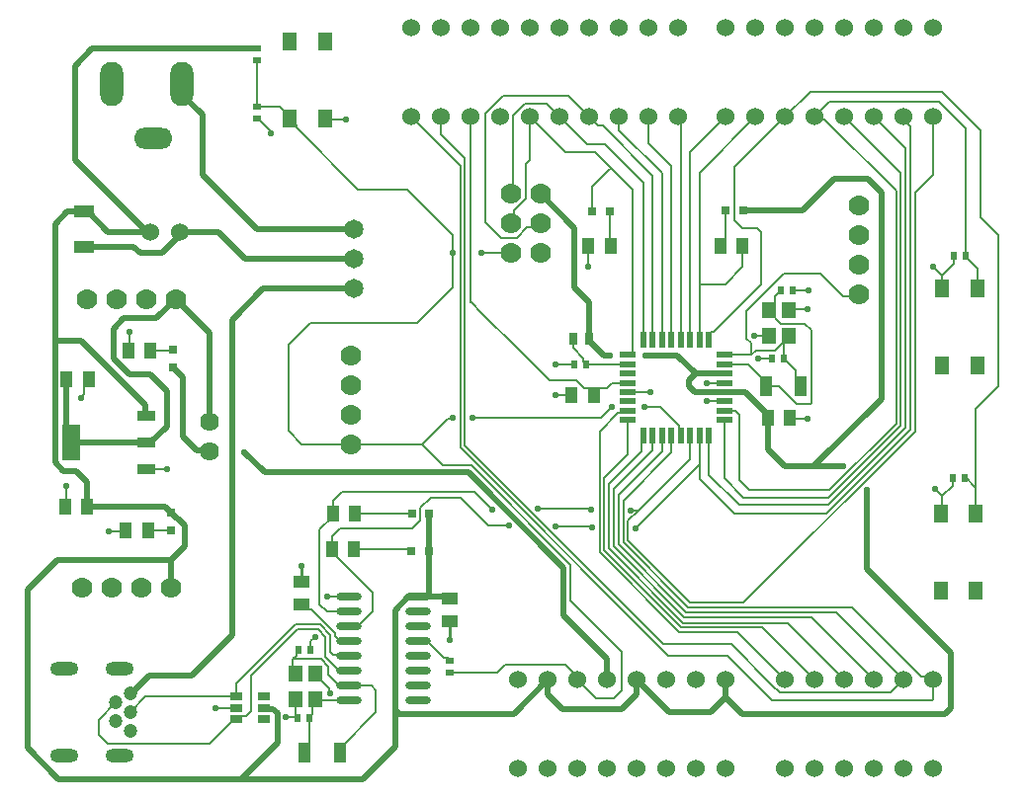
<source format=gtl>
G04*
G04 #@! TF.GenerationSoftware,Altium Limited,Altium Designer,22.1.2 (22)*
G04*
G04 Layer_Physical_Order=1*
G04 Layer_Color=255*
%FSLAX25Y25*%
%MOIN*%
G70*
G04*
G04 #@! TF.SameCoordinates,DE848DBD-6215-49A0-A964-8366D708164F*
G04*
G04*
G04 #@! TF.FilePolarity,Positive*
G04*
G01*
G75*
%ADD10C,0.00600*%
%ADD11C,0.02000*%
%ADD13C,0.01000*%
%ADD20R,0.05709X0.03937*%
%ADD21R,0.03937X0.05709*%
%ADD22R,0.04724X0.05906*%
%ADD23R,0.02362X0.02756*%
%ADD24R,0.02756X0.02362*%
%ADD25R,0.06300X0.03300*%
%ADD26R,0.06300X0.12200*%
%ADD27R,0.07100X0.04400*%
%ADD28R,0.05800X0.02000*%
%ADD29R,0.02000X0.05800*%
%ADD30R,0.02953X0.03937*%
%ADD31R,0.03150X0.03150*%
%ADD32O,0.08661X0.02400*%
%ADD33R,0.03150X0.03150*%
%ADD34R,0.03937X0.02756*%
%ADD35R,0.04724X0.05511*%
%ADD36R,0.04400X0.07100*%
%ADD59C,0.06000*%
%ADD60C,0.07000*%
%ADD61O,0.09449X0.04724*%
%ADD62C,0.04724*%
%ADD63C,0.06378*%
%ADD64O,0.12992X0.07087*%
%ADD65O,0.07874X0.14961*%
%ADD66C,0.06496*%
%ADD67C,0.02200*%
D10*
X98668Y61331D02*
X100194D01*
X108259Y53267D01*
X97000Y63000D02*
X98668Y61331D01*
X108259Y52060D02*
Y53267D01*
X94000Y40469D02*
Y44500D01*
X94073Y44427D02*
X103510D01*
X94000Y44500D02*
X94073Y44427D01*
X95200Y45700D02*
Y46668D01*
X96031Y47500D01*
X94000Y44500D02*
X95200Y45700D01*
X94000Y40469D02*
X94807Y39662D01*
X116000Y203000D02*
X132500D01*
X95157Y223843D02*
X116000Y203000D01*
X95157Y223843D02*
Y224946D01*
X93094Y227008D02*
X95157Y224946D01*
X86194Y222306D02*
X86500Y222000D01*
X86194Y222306D02*
Y223003D01*
X82197Y227000D02*
X86194Y223003D01*
X82000Y230937D02*
Y246500D01*
X160081Y89419D02*
X166919D01*
X150500Y99000D02*
X160081Y89419D01*
X140559Y99000D02*
X150500D01*
X250500Y190000D02*
X252000Y188500D01*
Y171000D02*
Y188500D01*
X235783Y154783D02*
X252000Y171000D01*
X243000Y192500D02*
Y210500D01*
X260000Y227500D01*
X243000Y192500D02*
X245500Y190000D01*
X250500D01*
X234293Y152300D02*
Y154083D01*
X234993Y154783D01*
X235783D01*
X320468Y106303D02*
X324406Y102366D01*
X240047Y190449D02*
Y196000D01*
X239928Y190330D02*
X240047Y190449D01*
X238260Y184000D02*
X238547Y183713D01*
X260000Y227500D02*
X268500Y236000D01*
X239928Y185669D02*
Y190330D01*
X238260Y184000D02*
X239928Y185669D01*
X231193Y171000D02*
Y208693D01*
Y152300D02*
Y171000D01*
X245740Y176740D02*
Y184000D01*
X231193Y171000D02*
X240000D01*
X245740Y176740D01*
X113500Y117000D02*
X137500D01*
X97000D02*
X113500D01*
X110500Y101000D02*
X155338D01*
X147000Y40031D02*
X163031D01*
X44259Y31740D02*
X74923D01*
X31500Y16000D02*
X66073D01*
X320969Y180500D02*
Y223532D01*
X312000Y232500D02*
X320969Y223532D01*
X326000Y193500D02*
X332000Y187500D01*
Y136500D02*
Y187500D01*
X326000Y193500D02*
Y223000D01*
X313000Y236000D02*
X326000Y223000D01*
X324406Y128905D02*
X332000Y136500D01*
X324406Y102366D02*
Y128905D01*
X316531Y103032D02*
Y106500D01*
X313000Y99500D02*
X316531Y103032D01*
X320468Y106303D02*
Y106500D01*
X324406Y93492D02*
Y102366D01*
X310000Y177000D02*
X313000Y174000D01*
X317032Y178032D01*
X320969Y180303D02*
X324905Y176366D01*
X313000Y169587D02*
Y174000D01*
Y169587D02*
X313094Y169492D01*
X324905D02*
Y176366D01*
X313000Y93898D02*
Y99500D01*
X310500Y102000D02*
X313000Y99500D01*
X312595Y93492D02*
X313000Y93898D01*
X320969Y180303D02*
Y180500D01*
X317032Y178032D02*
Y180500D01*
X226012Y58700D02*
X229512D01*
X226675Y60300D02*
X230174D01*
X255500Y30500D02*
X309648D01*
X202374Y31374D02*
X205000Y34000D01*
Y46975D01*
X187641Y64334D02*
X205000Y46975D01*
X190000Y37500D02*
X196126Y31374D01*
X190000Y37500D02*
Y38500D01*
X196126Y31374D02*
X202374D01*
X240500Y45500D02*
X255500Y30500D01*
X241919Y49500D02*
X255769Y35649D01*
X220737Y45500D02*
X240500D01*
X219000Y49500D02*
X241919D01*
X230174Y60300D02*
X277200D01*
X228000Y63500D02*
X246051D01*
X229512Y58700D02*
X268800D01*
X225749Y56700D02*
X260800D01*
X244000Y53500D02*
X260000Y37500D01*
X268800Y58700D02*
X290000Y37500D01*
X224424Y53500D02*
X244000D01*
X227337Y61900D02*
X282600D01*
X260800Y56700D02*
X280000Y37500D01*
X225086Y55100D02*
X252400D01*
X277200Y60300D02*
X300000Y37500D01*
X252400Y55100D02*
X270000Y37500D01*
X282600Y61900D02*
X306100Y38400D01*
X255769Y35649D02*
X258150Y33269D01*
X259231D01*
X255769Y35649D02*
Y35649D01*
X306100Y38400D02*
X309100D01*
X259300Y33200D02*
X295700D01*
X309100Y38400D02*
X310000Y37500D01*
Y30852D02*
Y37500D01*
X259231Y33269D02*
X259300Y33200D01*
X309648Y30500D02*
X310000Y30852D01*
X295700Y33200D02*
X300000Y37500D01*
X186000Y42500D02*
X190000Y38500D01*
X163031Y40031D02*
X165500Y42500D01*
X186000D01*
X115931Y55500D02*
X121000Y60569D01*
Y66874D01*
X105500Y60500D02*
X112800D01*
X103100Y62900D02*
X105500Y60500D01*
Y65500D02*
X112800D01*
X28500Y23870D02*
X34386Y29757D01*
X28500Y19000D02*
X31500Y16000D01*
X28500Y19000D02*
Y23870D01*
X136200Y50500D02*
X139331D01*
X104905Y227008D02*
X105413Y226500D01*
X89756Y230937D02*
X93094Y227598D01*
X82000Y230937D02*
X89756D01*
X172700Y211585D02*
X174000Y212885D01*
X159000Y192000D02*
Y228581D01*
X174000Y212885D02*
Y227500D01*
X168300Y202300D02*
Y227881D01*
X168688Y195900D02*
X172700Y199912D01*
X168688Y192688D02*
Y195900D01*
X168300Y227881D02*
X172219Y231800D01*
X167500Y201500D02*
X168300Y202300D01*
X172700Y199912D02*
Y211585D01*
X164300Y186700D02*
X169488D01*
X173100Y190312D01*
X148000Y170000D02*
Y181500D01*
X157500D02*
X167500D01*
X148000D02*
Y187500D01*
X159000Y192000D02*
X164300Y186700D01*
X167500Y191500D02*
X168688Y192688D01*
X132500Y203000D02*
X148000Y187500D01*
X82000Y227000D02*
X82197D01*
X105413Y226500D02*
X112000D01*
X134000Y227500D02*
X150500Y211000D01*
X144000Y221500D02*
Y227500D01*
Y221500D02*
X152100Y213400D01*
X23572Y137331D02*
X25240Y139000D01*
X23572Y134005D02*
Y137331D01*
X22500Y132933D02*
X23572Y134005D01*
X107520Y93500D02*
Y98020D01*
X103100Y88195D02*
X107520Y92614D01*
X107260Y85760D02*
X110000Y88500D01*
X107260Y81500D02*
Y85760D01*
Y80614D02*
Y81500D01*
X107520Y92614D02*
Y93500D01*
Y98020D02*
X110500Y101000D01*
X92500Y150500D02*
X100000Y158000D01*
X92500Y121500D02*
Y150500D01*
Y121500D02*
X97000Y117000D01*
X39000Y148980D02*
Y155000D01*
X38520Y148500D02*
X39000Y148980D01*
X44600Y108400D02*
X44700Y108500D01*
X51500D01*
X37260Y87500D02*
X37760Y88000D01*
X45240D02*
X53000D01*
X32000Y87500D02*
X37260D01*
X53047Y148500D02*
X53500Y148953D01*
X46000Y148500D02*
X53047D01*
X22500Y132500D02*
Y132933D01*
X300000Y226585D02*
Y227500D01*
Y226585D02*
X302300Y224285D01*
X290000Y227500D02*
X300700Y216800D01*
X270908Y226592D02*
X273408D01*
X280000Y227500D02*
X299100Y208400D01*
X273408Y226592D02*
X297500Y202500D01*
X270000Y227500D02*
X270908Y226592D01*
X269000Y130851D02*
Y155500D01*
X261150Y153275D02*
Y153668D01*
Y154062D01*
X256553Y148678D02*
X259469Y151593D01*
Y146000D02*
Y151593D01*
X251000Y146000D02*
X255532D01*
X259469Y145803D02*
Y146000D01*
X263500Y138400D02*
Y141772D01*
X250112Y148678D02*
X256553D01*
X248534Y147100D02*
Y151072D01*
X259469Y145803D02*
X263500Y141772D01*
X248534Y147100D02*
X250112Y148678D01*
X247450Y144000D02*
X253600Y137850D01*
Y136500D02*
Y137850D01*
X263811Y130500D02*
X268649D01*
X269000Y130851D01*
X263500Y138400D02*
X265400Y136500D01*
X253600D02*
X257811D01*
X263811Y130500D01*
X247100Y152506D02*
X248534Y151072D01*
X249500Y153500D02*
X254288D01*
X247100Y161966D02*
X259634Y174500D01*
X256519Y166791D02*
X258531Y168803D01*
X256519Y164392D02*
Y166791D01*
X254288Y153500D02*
X254457Y153669D01*
X247100Y152506D02*
Y161966D01*
X254457Y162330D02*
X256519Y164392D01*
X254457Y161937D02*
X258670Y157724D01*
X254457Y161937D02*
Y162330D01*
X284500Y167000D02*
X285000Y167500D01*
X272000Y174500D02*
X279500Y167000D01*
X284500D01*
X259469Y151593D02*
X261150Y153275D01*
X259634Y174500D02*
X272000D01*
X258670Y157724D02*
X266776D01*
X261319Y162500D02*
X267500D01*
X258531Y168803D02*
Y169000D01*
X261150Y154062D02*
X263212Y156124D01*
X266776Y157724D02*
X269000Y155500D01*
X261150Y162330D02*
X261319Y162500D01*
X262469Y169000D02*
X267969D01*
X200054Y136054D02*
X201700Y137700D01*
X206393Y127500D02*
X207093Y128200D01*
X201700Y137700D02*
X207093D01*
X189681Y138500D02*
X192127Y136054D01*
X193832D01*
X195500Y133500D02*
Y134386D01*
X193832Y136054D02*
X195500Y134386D01*
X197169Y136054D01*
X200054D01*
X203754Y127500D02*
X206393D01*
X233500Y137600D02*
X239393D01*
X239493Y137700D01*
X224193Y120600D02*
Y123138D01*
X218593Y114593D02*
Y119900D01*
X221693Y114193D02*
Y119900D01*
X212500Y129500D02*
X217831D01*
X215393Y114893D02*
Y119900D01*
X217831Y129500D02*
X224193Y123138D01*
Y120600D02*
X224893Y119900D01*
X227993Y111993D02*
Y119900D01*
X231193Y105307D02*
Y110193D01*
X234293Y106707D02*
Y119900D01*
X233500Y131400D02*
X239493D01*
X231193Y110193D02*
Y119900D01*
X239493Y105507D02*
Y125100D01*
X211593Y114593D02*
Y119200D01*
X212293Y119900D01*
X198000Y126000D02*
X201500Y129500D01*
X197500Y121246D02*
X203754Y127500D01*
X207093Y113593D02*
Y125100D01*
X192087Y144881D02*
Y146032D01*
X207093Y147100D02*
X207800D01*
X188488Y149632D02*
Y152500D01*
Y149632D02*
X192087Y146032D01*
X192968Y144000D02*
X207093D01*
X192087Y144881D02*
X192968Y144000D01*
X207800Y147100D02*
X208500Y147800D01*
X207093Y134500D02*
X214500D01*
X208000Y94500D02*
X210500D01*
X227993Y111993D01*
X194402Y95099D02*
X194500Y95000D01*
X200700Y103700D02*
X211593Y114593D01*
X203900Y99900D02*
X218593Y114593D01*
X205500Y98000D02*
X221693Y114193D01*
X202300Y101800D02*
X215393Y114893D01*
X199100Y105600D02*
X207093Y113593D01*
X193500Y177000D02*
Y183740D01*
X193760Y184000D01*
X195047Y204047D02*
X201000Y210000D01*
X199381Y218119D02*
X212293Y205207D01*
X204000Y223019D02*
Y227500D01*
X201000Y210000D02*
X201500D01*
X197000Y224500D02*
X198500D01*
X195796Y215704D02*
X201500Y210000D01*
X208500Y203000D01*
X218593Y152300D02*
Y208426D01*
X224893Y152300D02*
Y226607D01*
X215393Y152300D02*
Y207607D01*
X214000Y218500D02*
X221693Y210807D01*
Y152300D02*
Y210807D01*
X224000Y227500D02*
X224893Y226607D01*
X212293Y152300D02*
Y205207D01*
X214000Y218500D02*
Y227500D01*
X185796Y215704D02*
X195796D01*
X194000Y227500D02*
X197000Y224500D01*
X204000Y223019D02*
X218593Y208426D01*
X174000Y227500D02*
X185796Y215704D01*
X179700Y231800D02*
X184000Y227500D01*
X172219Y231800D02*
X179700D01*
X187000Y234500D02*
X194000Y227500D01*
X184000D02*
X193381Y218119D01*
X198500Y224500D02*
X215393Y207607D01*
X193381Y218119D02*
X199381D01*
X195047Y195500D02*
Y204047D01*
X176312Y190312D02*
X177500Y191500D01*
X200953Y184287D02*
Y195500D01*
X173100Y190312D02*
X176312D01*
X200953Y184287D02*
X201240Y184000D01*
X300700Y122675D02*
Y216800D01*
X297500Y124000D02*
Y202500D01*
X302300Y122012D02*
Y224285D01*
X303900Y121349D02*
Y201900D01*
X299100Y123337D02*
Y208400D01*
X231193Y208693D02*
X250000Y227500D01*
X310000Y208000D02*
Y227500D01*
X270000D02*
X275000Y232500D01*
X303900Y201900D02*
X310000Y208000D01*
X275000Y232500D02*
X312000D01*
X246051Y63500D02*
X303900Y121349D01*
X246000Y99000D02*
X274763D01*
X244500Y96500D02*
X274525D01*
X300700Y122675D01*
X274763Y99000D02*
X299100Y123337D01*
X273788Y93500D02*
X302300Y122012D01*
X243000Y93500D02*
X273788D01*
X275000Y101500D02*
X297500Y124000D01*
X248000Y101500D02*
X275000D01*
X239493Y147100D02*
X248534D01*
X239493Y128200D02*
X243300D01*
X239493Y144000D02*
X247450D01*
X227993Y152300D02*
Y215493D01*
X240000Y227500D01*
X244500Y105000D02*
Y127000D01*
X243300Y128200D02*
X244500Y127000D01*
X262240Y125500D02*
X267500D01*
X261740Y126000D02*
X262240Y125500D01*
X231193Y105307D02*
X243000Y93500D01*
X244500Y105000D02*
X248000Y101500D01*
X234293Y106707D02*
X244500Y96500D01*
X239493Y105507D02*
X246000Y99000D01*
X102500Y54500D02*
X105059Y51941D01*
X103163Y56100D02*
X106659Y52604D01*
Y46841D02*
X107656Y45844D01*
X106659Y46841D02*
Y52604D01*
X105059Y45140D02*
Y51941D01*
X100000Y50500D02*
X101500Y52000D01*
X100000Y47532D02*
Y50500D01*
X80000Y39000D02*
X95500Y54500D01*
X99968Y47500D02*
X100000Y47532D01*
X74923Y36186D02*
X94837Y56100D01*
X103163D01*
X95500Y54500D02*
X102500D01*
X101500Y31000D02*
X102000Y30500D01*
X106194Y33306D02*
Y34575D01*
X102000Y30500D02*
X111300D01*
X103510Y44427D02*
X106000Y41936D01*
Y39169D02*
Y41936D01*
X105059Y45140D02*
X109699Y40500D01*
X106194Y33306D02*
X106500Y33000D01*
X101500Y39268D02*
Y39662D01*
X106000Y39169D02*
X109669Y35500D01*
X101500Y39268D02*
X106194Y34575D01*
X112800Y35500D02*
X120500D01*
X109669D02*
X112800D01*
X109900Y13000D02*
Y14350D01*
X122000Y26450D01*
X120500Y35500D02*
X122000Y34000D01*
Y26450D02*
Y34000D01*
X94807Y25421D02*
X95531Y24697D01*
X98100Y13000D02*
X99468Y14368D01*
Y24500D01*
X95531D02*
Y24697D01*
X99468Y24500D02*
Y24697D01*
X91500Y25000D02*
X95031D01*
X94807Y25421D02*
Y31001D01*
X100650Y25878D02*
Y31668D01*
X99468Y24697D02*
X100650Y25878D01*
X39125Y26607D02*
X44259Y31740D01*
X109818Y50500D02*
X112800D01*
X108259Y52060D02*
X109818Y50500D01*
X107656Y45844D02*
X112456D01*
X112800Y55500D02*
X115931D01*
X109699Y40500D02*
X112800D01*
X112456Y45844D02*
X112800Y45500D01*
X66073Y16000D02*
X74333Y24260D01*
X74923D02*
X76001Y25338D01*
X68000Y28000D02*
X74923D01*
Y31740D02*
Y36186D01*
X78338Y25338D02*
X80000Y27000D01*
X76001Y25338D02*
X78338D01*
X80000Y27000D02*
Y39000D01*
X74333Y24260D02*
X74923D01*
X154176Y164824D02*
X157711Y161289D01*
X155338Y101000D02*
X161419Y94919D01*
X176697Y95197D02*
X176796Y95099D01*
X154000Y165000D02*
X154176Y164824D01*
X157711Y161289D02*
X169789Y149211D01*
X169789D01*
X144700Y109800D02*
X154174D01*
X137500Y117000D02*
X144700Y109800D01*
X110000Y88500D02*
X134130D01*
X115000Y93500D02*
X134142D01*
X134130Y88500D02*
X137016Y91387D01*
Y95457D01*
X140559Y99000D01*
X100000Y158000D02*
X136000D01*
X147694Y125694D02*
X148000Y126000D01*
X137500Y117000D02*
X146194Y125694D01*
X147694D01*
X136000Y158000D02*
X148000Y170000D01*
X268500Y236000D02*
X313000D01*
X17600Y96340D02*
Y103000D01*
X17260Y96000D02*
X17600Y96340D01*
X103100Y62900D02*
Y88195D01*
X114740Y81500D02*
X133595D01*
X107260Y80614D02*
X121000Y66874D01*
X133595Y81500D02*
X134095Y81000D01*
X154174Y109800D02*
X187641Y76334D01*
X154500Y126000D02*
X198000D01*
X176796Y95099D02*
X194402D01*
X150500Y115737D02*
X220737Y45500D01*
X152100Y116400D02*
X219000Y49500D01*
X197500Y80424D02*
Y121246D01*
X154000Y165000D02*
Y227500D01*
X159000Y228581D02*
X164919Y234500D01*
X150500Y115737D02*
Y211000D01*
X152100Y116400D02*
Y213400D01*
X208500Y147800D02*
Y203000D01*
X169789Y149211D02*
X180500Y138500D01*
X164919Y234500D02*
X187000D01*
X187641Y64334D02*
Y76334D01*
X182697Y89197D02*
X194803D01*
X195000Y89000D01*
X199100Y81086D02*
Y105600D01*
X203900Y83074D02*
Y86575D01*
X207100Y91100D02*
X210500Y94500D01*
X209500Y88500D02*
X231193Y110193D01*
X200700Y81749D02*
Y103700D01*
X202300Y85912D02*
Y101800D01*
X205500Y83737D02*
Y98000D01*
X202300Y82412D02*
Y85912D01*
X203900Y86575D02*
Y99900D01*
X207100Y84400D02*
Y91100D01*
X200700Y81749D02*
X225749Y56700D01*
X205500Y83737D02*
X227337Y61900D01*
X202300Y82412D02*
X226012Y58700D01*
X203900Y83074D02*
X226675Y60300D01*
X207100Y84400D02*
X228000Y63500D01*
X199100Y81086D02*
X225086Y55100D01*
X197500Y80424D02*
X224424Y53500D01*
X146119Y44850D02*
X147000Y43968D01*
X144981Y44850D02*
X146119D01*
X139331Y50500D02*
X144981Y44850D01*
X182500Y133500D02*
X188020D01*
X180500Y138500D02*
X189681D01*
X182500Y144000D02*
X189032D01*
D11*
X20500Y244500D02*
X26437Y250437D01*
X82000D01*
X292500Y132250D02*
Y202000D01*
X276500Y206500D02*
X288000D01*
X292500Y202000D01*
X266000Y196000D02*
X276500Y206500D01*
X245953Y196000D02*
X266000D01*
X269750Y109500D02*
X279500D01*
X260000D02*
X269750D01*
X292500Y132250D01*
X65624Y114876D02*
X66000Y114500D01*
X61624Y114876D02*
X65624D01*
X57000Y119500D02*
X61624Y114876D01*
X4500Y14500D02*
Y68000D01*
Y14500D02*
X15000Y4000D01*
X4500Y68000D02*
X14500Y78000D01*
X53000D01*
X84000Y169500D02*
X114500D01*
X73500Y52500D02*
Y159000D01*
X84000Y169500D01*
X60000Y39000D02*
X73500Y52500D01*
X45000Y188500D02*
X46000D01*
X20500Y213000D02*
X45000Y188500D01*
X31750D02*
X44000D01*
X20500Y213000D02*
Y244500D01*
X78000Y179500D02*
X114500D01*
X82000Y189500D02*
X114500D01*
X45687Y39000D02*
X60000D01*
X39593Y32906D02*
X45687Y39000D01*
X128500Y15000D02*
Y27500D01*
X130000Y26000D02*
X168500D01*
X76500Y4000D02*
X117500D01*
X76500D02*
X88800Y16300D01*
X84224Y28000D02*
X84602Y27622D01*
X87296D01*
X88800Y26118D01*
X84500Y107500D02*
X153222Y107500D01*
X316000Y28000D02*
Y46500D01*
X314000Y26000D02*
X316000Y28000D01*
X245500Y26000D02*
X314000D01*
X200000Y37500D02*
Y44500D01*
X210000Y32571D02*
Y37500D01*
X205000Y27571D02*
X210000Y32571D01*
X221000Y26500D02*
X235000D01*
X210000Y37500D02*
X221000Y26500D01*
X235000D02*
X240000Y31500D01*
X245500Y26000D01*
X240000Y31500D02*
Y37500D01*
X185341Y59159D02*
X200000Y44500D01*
X180000Y32571D02*
Y37500D01*
X185000Y27571D02*
X205000D01*
X168500Y26000D02*
X180000Y37500D01*
Y32571D02*
X185000Y27571D01*
X128500Y60931D02*
X133069Y65500D01*
X136200D02*
X136276Y65424D01*
X133069Y65500D02*
X136200D01*
X139223D01*
X53000Y68500D02*
Y78000D01*
X15000Y4000D02*
X76500D01*
X117500D02*
X128500Y15000D01*
Y27500D02*
X130000Y26000D01*
X128500Y27500D02*
Y60931D01*
X39125Y32906D02*
X39593D01*
X63500Y208000D02*
Y228079D01*
Y208000D02*
X82000Y189500D01*
X69000Y188500D02*
X78000Y179500D01*
X23500Y195400D02*
X24850D01*
X37000Y159500D02*
X48000D01*
X33500Y156000D02*
X37000Y159500D01*
X33500Y145868D02*
Y156000D01*
X56622Y234957D02*
X63500Y228079D01*
X56622Y234957D02*
Y238500D01*
X21000Y108000D02*
X24740Y104260D01*
Y96000D02*
X50906D01*
X24740D02*
Y104260D01*
X24850Y195400D02*
X31750Y188500D01*
X42500Y181500D02*
X50000D01*
X40400Y183600D02*
X42500Y181500D01*
X23500Y183600D02*
X40400D01*
X54000Y188500D02*
X69000D01*
X50000Y181500D02*
X57000Y188500D01*
X77728Y114272D02*
X84500Y107500D01*
X48000Y159500D02*
X54500Y166000D01*
X66000Y154500D01*
X53500Y143047D02*
X57000Y139547D01*
X66000Y124500D02*
Y154500D01*
X46000Y140500D02*
X51500Y135000D01*
X57000Y119500D02*
Y139547D01*
X51500Y122900D02*
Y135000D01*
X46100Y117500D02*
X51500Y122900D01*
X55161Y91817D02*
X57500Y89478D01*
Y82500D02*
Y89478D01*
X53000Y78000D02*
X57500Y82500D01*
X55088Y91817D02*
X55161D01*
X50906Y96000D02*
X53000Y93906D01*
X55088Y91817D01*
X44422Y126778D02*
X44600Y126600D01*
Y117500D02*
X46100D01*
X44422Y126778D02*
Y130078D01*
X22500Y152000D02*
X44422Y130078D01*
X38868Y140500D02*
X46000D01*
X33500Y145868D02*
X38868Y140500D01*
X227500Y138500D02*
X229800Y140800D01*
X213000Y147000D02*
X223600D01*
X229800Y140800D01*
X199008Y147000D02*
X201000D01*
X194000Y152008D02*
Y152500D01*
Y152008D02*
X199008Y147000D01*
X227500Y136500D02*
Y138500D01*
Y136500D02*
X229500Y134500D01*
X189000Y169756D02*
Y190000D01*
Y169756D02*
X194000Y164756D01*
X177500Y201500D02*
X189000Y190000D01*
X287500Y75000D02*
Y101500D01*
X229800Y140800D02*
X239493D01*
X229500Y134500D02*
X239493D01*
X254260Y115240D02*
X260000Y109500D01*
X246646Y134500D02*
X254260Y126886D01*
Y115240D02*
Y126000D01*
X88800Y16300D02*
Y26118D01*
X140024Y93476D02*
X140047Y93500D01*
X19400Y117500D02*
X44600D01*
X17760Y119140D02*
X19400Y117500D01*
X17760Y119140D02*
Y139000D01*
X13791Y110880D02*
X16672Y108000D01*
X287500Y75000D02*
X316000Y46500D01*
X136276Y65424D02*
X146317D01*
X17900Y195400D02*
X23500D01*
X13791Y191291D02*
X17900Y195400D01*
X13791Y110880D02*
Y152000D01*
Y191291D01*
Y152000D02*
X22500D01*
X16672Y108000D02*
X21000D01*
X139223Y65500D02*
X139906Y66183D01*
X239493Y134500D02*
X246646D01*
X153222Y107500D02*
X185341Y75381D01*
X194000Y152500D02*
Y164756D01*
X185341Y59159D02*
Y75381D01*
X146317Y65424D02*
X147000Y64740D01*
X140024Y81024D02*
Y93476D01*
X140000Y81000D02*
X140024Y81024D01*
X139906Y66183D02*
Y80000D01*
D13*
X97000Y70480D02*
Y75740D01*
X147000Y51000D02*
Y57260D01*
D20*
X97000Y63000D02*
D03*
Y70480D02*
D03*
X147000Y64740D02*
D03*
Y57260D02*
D03*
D21*
X238260Y184000D02*
D03*
X245740D02*
D03*
X201240D02*
D03*
X193760D02*
D03*
X107260Y81500D02*
D03*
X114740D02*
D03*
X24740Y96000D02*
D03*
X17260D02*
D03*
X45240Y88000D02*
D03*
X37760D02*
D03*
X107520Y93500D02*
D03*
X115000D02*
D03*
X46000Y148500D02*
D03*
X38520D02*
D03*
X17760Y139000D02*
D03*
X25240D02*
D03*
X254260Y126000D02*
D03*
X261740D02*
D03*
X188020Y133500D02*
D03*
X195500D02*
D03*
D22*
X324406Y93492D02*
D03*
X312595Y67508D02*
D03*
X324406D02*
D03*
X312595Y93492D02*
D03*
X324905Y169492D02*
D03*
X313094Y143508D02*
D03*
X324905D02*
D03*
X313094Y169492D02*
D03*
X93094Y227008D02*
D03*
X104905Y252992D02*
D03*
X93094D02*
D03*
X104905Y227008D02*
D03*
D23*
X317032Y180500D02*
D03*
X320969D02*
D03*
X316563Y105500D02*
D03*
X320500D02*
D03*
X96031Y47500D02*
D03*
X99968D02*
D03*
X99468Y24500D02*
D03*
X95531D02*
D03*
X255532Y146000D02*
D03*
X259469D02*
D03*
X262469Y169000D02*
D03*
X258531D02*
D03*
X192968Y144000D02*
D03*
X189032D02*
D03*
D24*
X82000Y230937D02*
D03*
Y227000D02*
D03*
Y246500D02*
D03*
Y250437D02*
D03*
X147000Y40031D02*
D03*
Y43968D02*
D03*
D25*
X44600Y126600D02*
D03*
Y117500D02*
D03*
Y108400D02*
D03*
D26*
X19400Y117500D02*
D03*
D27*
X23500Y183600D02*
D03*
Y195400D02*
D03*
D28*
X239493Y125100D02*
D03*
Y128200D02*
D03*
Y131400D02*
D03*
Y134500D02*
D03*
Y137700D02*
D03*
Y140800D02*
D03*
X207093Y147100D02*
D03*
Y144000D02*
D03*
Y140800D02*
D03*
Y137700D02*
D03*
Y134500D02*
D03*
Y131400D02*
D03*
Y128200D02*
D03*
Y125100D02*
D03*
X239493Y147100D02*
D03*
Y144000D02*
D03*
D29*
X234293Y152300D02*
D03*
X231193D02*
D03*
X227993D02*
D03*
X224893D02*
D03*
X221693D02*
D03*
X218593D02*
D03*
X215393D02*
D03*
X212293D02*
D03*
Y119900D02*
D03*
X215393D02*
D03*
X218593D02*
D03*
X221693D02*
D03*
X224893D02*
D03*
X227993D02*
D03*
X231193D02*
D03*
X234293D02*
D03*
D30*
X188488Y152500D02*
D03*
X194000D02*
D03*
D31*
X53000Y93906D02*
D03*
Y88000D02*
D03*
X53500Y143047D02*
D03*
Y148953D02*
D03*
D32*
X112800Y65500D02*
D03*
Y60500D02*
D03*
Y55500D02*
D03*
Y50500D02*
D03*
Y45500D02*
D03*
Y40500D02*
D03*
Y35500D02*
D03*
Y30500D02*
D03*
X136200D02*
D03*
Y35500D02*
D03*
Y40500D02*
D03*
Y45500D02*
D03*
Y50500D02*
D03*
Y55500D02*
D03*
Y60500D02*
D03*
Y65500D02*
D03*
D33*
X140000Y81000D02*
D03*
X134095D02*
D03*
X140047Y93500D02*
D03*
X134142D02*
D03*
X195047Y195500D02*
D03*
X200953D02*
D03*
X245953Y196000D02*
D03*
X240047D02*
D03*
D34*
X74923Y31740D02*
D03*
Y28000D02*
D03*
Y24260D02*
D03*
X84224D02*
D03*
Y28000D02*
D03*
Y31740D02*
D03*
D35*
X94807Y39662D02*
D03*
Y31001D02*
D03*
X101500Y39662D02*
D03*
Y31000D02*
D03*
X254457Y153669D02*
D03*
X261150Y162330D02*
D03*
Y153668D02*
D03*
X254457Y162330D02*
D03*
D36*
X109900Y13000D02*
D03*
X98100D02*
D03*
X265400Y136500D02*
D03*
X253600D02*
D03*
D59*
X260000Y7500D02*
D03*
X270000D02*
D03*
X280000D02*
D03*
X290000D02*
D03*
X300000D02*
D03*
X310000D02*
D03*
X170000D02*
D03*
X180000D02*
D03*
X190000D02*
D03*
X200000D02*
D03*
X210000D02*
D03*
X220000D02*
D03*
X230000D02*
D03*
X240000D02*
D03*
X170000Y37500D02*
D03*
X180000D02*
D03*
X190000D02*
D03*
X200000D02*
D03*
X210000D02*
D03*
X220000D02*
D03*
X230000D02*
D03*
X240000D02*
D03*
X260000D02*
D03*
X270000D02*
D03*
X280000D02*
D03*
X290000D02*
D03*
X300000D02*
D03*
X310000D02*
D03*
X224000Y227500D02*
D03*
X214000D02*
D03*
X204000D02*
D03*
X194000D02*
D03*
X184000D02*
D03*
X174000D02*
D03*
X164000D02*
D03*
X154000D02*
D03*
X144000D02*
D03*
X134000D02*
D03*
X46000Y188500D02*
D03*
X56000D02*
D03*
X310000Y227500D02*
D03*
X300000D02*
D03*
X290000D02*
D03*
X280000D02*
D03*
X270000D02*
D03*
X260000D02*
D03*
X250000D02*
D03*
X240000D02*
D03*
X134000Y257500D02*
D03*
X144000D02*
D03*
X154000D02*
D03*
X164000D02*
D03*
X174000D02*
D03*
X184000D02*
D03*
X194000D02*
D03*
X204000D02*
D03*
X214000D02*
D03*
X224000D02*
D03*
X240000D02*
D03*
X250000D02*
D03*
X260000D02*
D03*
X270000D02*
D03*
X280000D02*
D03*
X290000D02*
D03*
X300000D02*
D03*
X310000D02*
D03*
D60*
X43000Y68500D02*
D03*
X53000D02*
D03*
X23000D02*
D03*
X33000D02*
D03*
X167500Y201500D02*
D03*
X177500D02*
D03*
X167500Y191500D02*
D03*
X177500D02*
D03*
X167500Y181500D02*
D03*
X177500D02*
D03*
X44500Y166000D02*
D03*
X54500D02*
D03*
X24500D02*
D03*
X34500D02*
D03*
X285000Y187500D02*
D03*
Y197500D02*
D03*
Y167500D02*
D03*
Y177500D02*
D03*
X113500Y137000D02*
D03*
Y147000D02*
D03*
Y117000D02*
D03*
Y127000D02*
D03*
D61*
X16875Y41331D02*
D03*
X35575D02*
D03*
Y12040D02*
D03*
X16875D02*
D03*
D62*
X39125Y20308D02*
D03*
Y26607D02*
D03*
X34386Y23458D02*
D03*
Y29757D02*
D03*
X39125Y32906D02*
D03*
D63*
X66000Y114500D02*
D03*
Y124500D02*
D03*
D64*
X46780Y220193D02*
D03*
D65*
X33000Y238500D02*
D03*
X56622D02*
D03*
D66*
X114500Y169500D02*
D03*
Y179500D02*
D03*
Y189500D02*
D03*
D67*
X86500Y222000D02*
D03*
X310500Y102000D02*
D03*
X310000Y177000D02*
D03*
X106500Y33000D02*
D03*
X68000Y28000D02*
D03*
X91500Y25000D02*
D03*
X97000Y75740D02*
D03*
X51500Y108500D02*
D03*
X279500Y109500D02*
D03*
X267500Y125500D02*
D03*
X287500Y101500D02*
D03*
X249500Y153500D02*
D03*
X233500Y137600D02*
D03*
Y131400D02*
D03*
X214500Y134500D02*
D03*
X77728Y114272D02*
D03*
X148000Y181500D02*
D03*
X112000Y226500D02*
D03*
X17600Y103000D02*
D03*
X39000Y155000D02*
D03*
X32000Y87500D02*
D03*
X22500Y132500D02*
D03*
X267500Y162500D02*
D03*
X267969Y169000D02*
D03*
X193500Y177000D02*
D03*
X157500Y181500D02*
D03*
X251000Y146000D02*
D03*
X176697Y95197D02*
D03*
X194500Y95000D02*
D03*
X209500Y88500D02*
D03*
X182697Y89197D02*
D03*
X208000Y94500D02*
D03*
X195000Y89000D02*
D03*
X161419Y94919D02*
D03*
X166919Y89419D02*
D03*
X105500Y65500D02*
D03*
X101500Y52000D02*
D03*
X201500Y129500D02*
D03*
X201000Y147000D02*
D03*
X154500Y126000D02*
D03*
X182500Y133500D02*
D03*
X212500Y129500D02*
D03*
X182500Y144000D02*
D03*
X213000Y147000D02*
D03*
X148000Y126000D02*
D03*
X147000Y51000D02*
D03*
M02*

</source>
